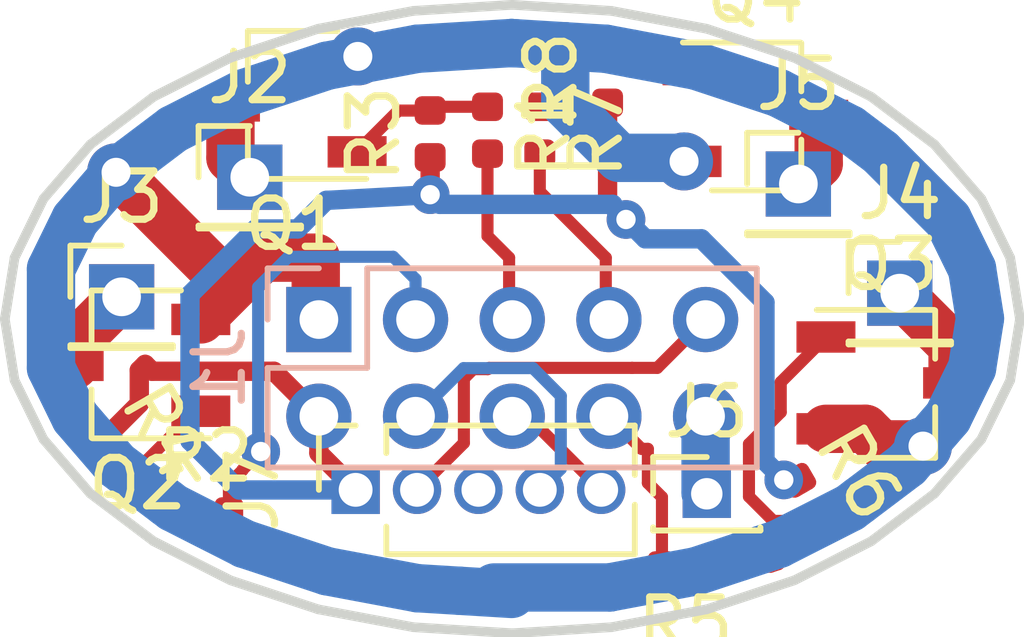
<source format=kicad_pcb>
(kicad_pcb (version 20171130) (host pcbnew 5.1.10-88a1d61d58~88~ubuntu18.04.1)

  (general
    (thickness 1.6)
    (drawings 128)
    (tracks 180)
    (zones 0)
    (modules 19)
    (nets 20)
  )

  (page A4)
  (layers
    (0 F.Cu signal)
    (31 B.Cu signal)
    (32 B.Adhes user hide)
    (33 F.Adhes user hide)
    (34 B.Paste user hide)
    (35 F.Paste user hide)
    (36 B.SilkS user hide)
    (37 F.SilkS user hide)
    (38 B.Mask user hide)
    (39 F.Mask user hide)
    (40 Dwgs.User user hide)
    (41 Cmts.User user hide)
    (42 Eco1.User user hide)
    (43 Eco2.User user hide)
    (44 Edge.Cuts user)
    (45 Margin user hide)
    (46 B.CrtYd user hide)
    (47 F.CrtYd user hide)
    (48 B.Fab user hide)
    (49 F.Fab user hide)
  )

  (setup
    (last_trace_width 0.4)
    (user_trace_width 0.4)
    (user_trace_width 0.8)
    (user_trace_width 1)
    (user_trace_width 2)
    (trace_clearance 0.195)
    (zone_clearance 0.508)
    (zone_45_only no)
    (trace_min 0.2)
    (via_size 0.8)
    (via_drill 0.4)
    (via_min_size 0.4)
    (via_min_drill 0.3)
    (user_via 1 0.5)
    (user_via 1.2 0.6)
    (user_via 1.5 0.75)
    (uvia_size 0.3)
    (uvia_drill 0.1)
    (uvias_allowed no)
    (uvia_min_size 0.2)
    (uvia_min_drill 0.1)
    (edge_width 0.05)
    (segment_width 0.2)
    (pcb_text_width 0.3)
    (pcb_text_size 1.5 1.5)
    (mod_edge_width 0.12)
    (mod_text_size 1 1)
    (mod_text_width 0.15)
    (pad_size 1.524 1.524)
    (pad_drill 0.762)
    (pad_to_mask_clearance 0.05)
    (aux_axis_origin 0 0)
    (visible_elements FFFFFF7F)
    (pcbplotparams
      (layerselection 0x010fc_ffffffff)
      (usegerberextensions false)
      (usegerberattributes true)
      (usegerberadvancedattributes true)
      (creategerberjobfile true)
      (excludeedgelayer true)
      (linewidth 0.100000)
      (plotframeref false)
      (viasonmask false)
      (mode 1)
      (useauxorigin false)
      (hpglpennumber 1)
      (hpglpenspeed 20)
      (hpglpendiameter 15.000000)
      (psnegative false)
      (psa4output false)
      (plotreference true)
      (plotvalue true)
      (plotinvisibletext false)
      (padsonsilk false)
      (subtractmaskfromsilk false)
      (outputformat 1)
      (mirror false)
      (drillshape 1)
      (scaleselection 1)
      (outputdirectory ""))
  )

  (net 0 "")
  (net 1 GND)
  (net 2 "Net-(Q1-Pad1)")
  (net 3 "Net-(Q2-Pad1)")
  (net 4 "Net-(Q3-Pad1)")
  (net 5 "Net-(Q4-Pad1)")
  (net 6 /SDA)
  (net 7 /SCL)
  (net 8 +3V3)
  (net 9 "Net-(J1-Pad8)")
  (net 10 "Net-(J1-Pad7)")
  (net 11 "Net-(J1-Pad5)")
  (net 12 /+12V)
  (net 13 "Net-(J2-Pad1)")
  (net 14 "Net-(J3-Pad1)")
  (net 15 "Net-(J4-Pad1)")
  (net 16 "Net-(J5-Pad1)")
  (net 17 "Net-(J7-Pad3)")
  (net 18 "Net-(J1-Pad3)")
  (net 19 GND2)

  (net_class Default "This is the default net class."
    (clearance 0.195)
    (trace_width 0.25)
    (via_dia 0.8)
    (via_drill 0.4)
    (uvia_dia 0.3)
    (uvia_drill 0.1)
    (add_net +3V3)
    (add_net /+12V)
    (add_net /SCL)
    (add_net /SDA)
    (add_net GND)
    (add_net GND2)
    (add_net "Net-(J1-Pad3)")
    (add_net "Net-(J1-Pad5)")
    (add_net "Net-(J1-Pad7)")
    (add_net "Net-(J1-Pad8)")
    (add_net "Net-(J2-Pad1)")
    (add_net "Net-(J3-Pad1)")
    (add_net "Net-(J4-Pad1)")
    (add_net "Net-(J5-Pad1)")
    (add_net "Net-(J7-Pad3)")
    (add_net "Net-(Q1-Pad1)")
    (add_net "Net-(Q2-Pad1)")
    (add_net "Net-(Q3-Pad1)")
    (add_net "Net-(Q4-Pad1)")
  )

  (module Connector_PinHeader_1.27mm:PinHeader_1x01_P1.27mm_Vertical (layer F.Cu) (tedit 59FED6E3) (tstamp 60675D7F)
    (at 159.41294 110.71098)
    (descr "Through hole straight pin header, 1x01, 1.27mm pitch, single row")
    (tags "Through hole pin header THT 1x01 1.27mm single row")
    (path /60677AD6)
    (fp_text reference J6 (at 0 -1.695) (layer F.SilkS)
      (effects (font (size 1 1) (thickness 0.15)))
    )
    (fp_text value Conn_01x01 (at 0 1.695) (layer F.Fab)
      (effects (font (size 1 1) (thickness 0.15)))
    )
    (fp_line (start 1.55 -1.15) (end -1.55 -1.15) (layer F.CrtYd) (width 0.05))
    (fp_line (start 1.55 1.15) (end 1.55 -1.15) (layer F.CrtYd) (width 0.05))
    (fp_line (start -1.55 1.15) (end 1.55 1.15) (layer F.CrtYd) (width 0.05))
    (fp_line (start -1.55 -1.15) (end -1.55 1.15) (layer F.CrtYd) (width 0.05))
    (fp_line (start -1.11 -0.76) (end 0 -0.76) (layer F.SilkS) (width 0.12))
    (fp_line (start -1.11 0) (end -1.11 -0.76) (layer F.SilkS) (width 0.12))
    (fp_line (start 0.563471 0.76) (end 1.11 0.76) (layer F.SilkS) (width 0.12))
    (fp_line (start -1.11 0.76) (end -0.563471 0.76) (layer F.SilkS) (width 0.12))
    (fp_line (start 1.11 0.76) (end 1.11 0.695) (layer F.SilkS) (width 0.12))
    (fp_line (start -1.11 0.76) (end -1.11 0.695) (layer F.SilkS) (width 0.12))
    (fp_line (start -1.11 0.76) (end 1.11 0.76) (layer F.SilkS) (width 0.12))
    (fp_line (start -1.05 -0.11) (end -0.525 -0.635) (layer F.Fab) (width 0.1))
    (fp_line (start -1.05 0.635) (end -1.05 -0.11) (layer F.Fab) (width 0.1))
    (fp_line (start 1.05 0.635) (end -1.05 0.635) (layer F.Fab) (width 0.1))
    (fp_line (start 1.05 -0.635) (end 1.05 0.635) (layer F.Fab) (width 0.1))
    (fp_line (start -0.525 -0.635) (end 1.05 -0.635) (layer F.Fab) (width 0.1))
    (fp_text user %R (at 0 0 90) (layer F.Fab)
      (effects (font (size 1 1) (thickness 0.15)))
    )
    (pad 1 thru_hole rect (at 0 0) (size 1 1) (drill 0.65) (layers *.Cu *.Mask)
      (net 12 /+12V))
    (model ${KISYS3DMOD}/Connector_PinHeader_1.27mm.3dshapes/PinHeader_1x01_P1.27mm_Vertical.wrl
      (at (xyz 0 0 0))
      (scale (xyz 1 1 1))
      (rotate (xyz 0 0 0))
    )
  )

  (module Connector_PinSocket_1.27mm:PinSocket_1x05_P1.27mm_Vertical (layer F.Cu) (tedit 5A19A421) (tstamp 61F9F1C7)
    (at 152.14854 110.6297 90)
    (descr "Through hole straight socket strip, 1x05, 1.27mm pitch, single row (from Kicad 4.0.7), script generated")
    (tags "Through hole socket strip THT 1x05 1.27mm single row")
    (path /61FA7A80)
    (fp_text reference J7 (at 0 -2.135 90) (layer F.SilkS)
      (effects (font (size 1 1) (thickness 0.15)))
    )
    (fp_text value Conn_01x05 (at 0 7.215 90) (layer F.Fab)
      (effects (font (size 1 1) (thickness 0.15)))
    )
    (fp_line (start -1.8 6.2) (end -1.8 -1.15) (layer F.CrtYd) (width 0.05))
    (fp_line (start 1.75 6.2) (end -1.8 6.2) (layer F.CrtYd) (width 0.05))
    (fp_line (start 1.75 -1.15) (end 1.75 6.2) (layer F.CrtYd) (width 0.05))
    (fp_line (start -1.8 -1.15) (end 1.75 -1.15) (layer F.CrtYd) (width 0.05))
    (fp_line (start 0 -0.76) (end 1.33 -0.76) (layer F.SilkS) (width 0.12))
    (fp_line (start 1.33 -0.76) (end 1.33 0) (layer F.SilkS) (width 0.12))
    (fp_line (start 1.33 0.635) (end 1.33 5.775) (layer F.SilkS) (width 0.12))
    (fp_line (start 0.30753 5.775) (end 1.33 5.775) (layer F.SilkS) (width 0.12))
    (fp_line (start -1.33 5.775) (end -0.30753 5.775) (layer F.SilkS) (width 0.12))
    (fp_line (start -1.33 0.635) (end -1.33 5.775) (layer F.SilkS) (width 0.12))
    (fp_line (start 0.76 0.635) (end 1.33 0.635) (layer F.SilkS) (width 0.12))
    (fp_line (start -1.33 0.635) (end -0.76 0.635) (layer F.SilkS) (width 0.12))
    (fp_line (start -1.27 5.715) (end -1.27 -0.635) (layer F.Fab) (width 0.1))
    (fp_line (start 1.27 5.715) (end -1.27 5.715) (layer F.Fab) (width 0.1))
    (fp_line (start 1.27 0) (end 1.27 5.715) (layer F.Fab) (width 0.1))
    (fp_line (start 0.635 -0.635) (end 1.27 0) (layer F.Fab) (width 0.1))
    (fp_line (start -1.27 -0.635) (end 0.635 -0.635) (layer F.Fab) (width 0.1))
    (fp_text user %R (at 0 2.54) (layer F.Fab)
      (effects (font (size 1 1) (thickness 0.15)))
    )
    (pad 5 thru_hole oval (at 0 5.08 90) (size 1 1) (drill 0.7) (layers *.Cu *.Mask)
      (net 7 /SCL))
    (pad 4 thru_hole oval (at 0 3.81 90) (size 1 1) (drill 0.7) (layers *.Cu *.Mask)
      (net 6 /SDA))
    (pad 3 thru_hole oval (at 0 2.54 90) (size 1 1) (drill 0.7) (layers *.Cu *.Mask)
      (net 17 "Net-(J7-Pad3)"))
    (pad 2 thru_hole oval (at 0 1.27 90) (size 1 1) (drill 0.7) (layers *.Cu *.Mask)
      (net 8 +3V3))
    (pad 1 thru_hole rect (at 0 0 90) (size 1 1) (drill 0.7) (layers *.Cu *.Mask)
      (net 19 GND2))
    (model ${KISYS3DMOD}/Connector_PinSocket_1.27mm.3dshapes/PinSocket_1x05_P1.27mm_Vertical.wrl
      (at (xyz 0 0 0))
      (scale (xyz 1 1 1))
      (rotate (xyz 0 0 0))
    )
  )

  (module Connector_PinHeader_2.00mm:PinHeader_2x05_P2.00mm_Vertical (layer B.Cu) (tedit 59FED667) (tstamp 6066E883)
    (at 151.38806 107.10672 270)
    (descr "Through hole straight pin header, 2x05, 2.00mm pitch, double rows")
    (tags "Through hole pin header THT 2x05 2.00mm double row")
    (path /60669BB9)
    (fp_text reference J1 (at 1 2.06 270) (layer B.SilkS)
      (effects (font (size 1 1) (thickness 0.15)) (justify mirror))
    )
    (fp_text value Conn_02x05_Counter_Clockwise (at 1 -10.06 270) (layer B.Fab)
      (effects (font (size 1 1) (thickness 0.15)) (justify mirror))
    )
    (fp_line (start 3.5 1.5) (end -1.5 1.5) (layer B.CrtYd) (width 0.05))
    (fp_line (start 3.5 -9.5) (end 3.5 1.5) (layer B.CrtYd) (width 0.05))
    (fp_line (start -1.5 -9.5) (end 3.5 -9.5) (layer B.CrtYd) (width 0.05))
    (fp_line (start -1.5 1.5) (end -1.5 -9.5) (layer B.CrtYd) (width 0.05))
    (fp_line (start -1.06 1.06) (end 0 1.06) (layer B.SilkS) (width 0.12))
    (fp_line (start -1.06 0) (end -1.06 1.06) (layer B.SilkS) (width 0.12))
    (fp_line (start 1 1.06) (end 3.06 1.06) (layer B.SilkS) (width 0.12))
    (fp_line (start 1 -1) (end 1 1.06) (layer B.SilkS) (width 0.12))
    (fp_line (start -1.06 -1) (end 1 -1) (layer B.SilkS) (width 0.12))
    (fp_line (start 3.06 1.06) (end 3.06 -9.06) (layer B.SilkS) (width 0.12))
    (fp_line (start -1.06 -1) (end -1.06 -9.06) (layer B.SilkS) (width 0.12))
    (fp_line (start -1.06 -9.06) (end 3.06 -9.06) (layer B.SilkS) (width 0.12))
    (fp_line (start -1 0) (end 0 1) (layer B.Fab) (width 0.1))
    (fp_line (start -1 -9) (end -1 0) (layer B.Fab) (width 0.1))
    (fp_line (start 3 -9) (end -1 -9) (layer B.Fab) (width 0.1))
    (fp_line (start 3 1) (end 3 -9) (layer B.Fab) (width 0.1))
    (fp_line (start 0 1) (end 3 1) (layer B.Fab) (width 0.1))
    (fp_text user %R (at 1 -4) (layer B.Fab)
      (effects (font (size 1 1) (thickness 0.15)) (justify mirror))
    )
    (pad 10 thru_hole oval (at 2 -8 270) (size 1.35 1.35) (drill 0.8) (layers *.Cu *.Mask)
      (net 12 /+12V))
    (pad 9 thru_hole oval (at 0 -8 270) (size 1.35 1.35) (drill 0.8) (layers *.Cu *.Mask)
      (net 8 +3V3))
    (pad 8 thru_hole oval (at 2 -6 270) (size 1.35 1.35) (drill 0.8) (layers *.Cu *.Mask)
      (net 9 "Net-(J1-Pad8)"))
    (pad 7 thru_hole oval (at 0 -6 270) (size 1.35 1.35) (drill 0.8) (layers *.Cu *.Mask)
      (net 10 "Net-(J1-Pad7)"))
    (pad 6 thru_hole oval (at 2 -4 270) (size 1.35 1.35) (drill 0.8) (layers *.Cu *.Mask)
      (net 7 /SCL))
    (pad 5 thru_hole oval (at 0 -4 270) (size 1.35 1.35) (drill 0.8) (layers *.Cu *.Mask)
      (net 11 "Net-(J1-Pad5)"))
    (pad 4 thru_hole oval (at 2 -2 270) (size 1.35 1.35) (drill 0.8) (layers *.Cu *.Mask)
      (net 6 /SDA))
    (pad 3 thru_hole oval (at 0 -2 270) (size 1.35 1.35) (drill 0.8) (layers *.Cu *.Mask)
      (net 18 "Net-(J1-Pad3)"))
    (pad 2 thru_hole oval (at 2 0 270) (size 1.35 1.35) (drill 0.8) (layers *.Cu *.Mask)
      (net 19 GND2))
    (pad 1 thru_hole rect (at 0 0 270) (size 1.35 1.35) (drill 0.8) (layers *.Cu *.Mask)
      (net 1 GND))
    (model ${KISYS3DMOD}/Connector_PinHeader_2.00mm.3dshapes/PinHeader_2x05_P2.00mm_Vertical.wrl
      (at (xyz 0 0 0))
      (scale (xyz 1 1 1))
      (rotate (xyz 0 0 0))
    )
  )

  (module Connector_PinHeader_2.00mm:PinHeader_1x01_P2.00mm_Vertical (layer F.Cu) (tedit 59FED667) (tstamp 60675D6A)
    (at 161.30778 104.30256)
    (descr "Through hole straight pin header, 1x01, 2.00mm pitch, single row")
    (tags "Through hole pin header THT 1x01 2.00mm single row")
    (path /60678DD4)
    (fp_text reference J5 (at 0 -2.06) (layer F.SilkS)
      (effects (font (size 1 1) (thickness 0.15)))
    )
    (fp_text value Conn_01x01 (at 0 2.06) (layer F.Fab)
      (effects (font (size 1 1) (thickness 0.15)))
    )
    (fp_line (start -0.5 -1) (end 1 -1) (layer F.Fab) (width 0.1))
    (fp_line (start 1 -1) (end 1 1) (layer F.Fab) (width 0.1))
    (fp_line (start 1 1) (end -1 1) (layer F.Fab) (width 0.1))
    (fp_line (start -1 1) (end -1 -0.5) (layer F.Fab) (width 0.1))
    (fp_line (start -1 -0.5) (end -0.5 -1) (layer F.Fab) (width 0.1))
    (fp_line (start -1.06 1.06) (end 1.06 1.06) (layer F.SilkS) (width 0.12))
    (fp_line (start -1.06 1) (end -1.06 1.06) (layer F.SilkS) (width 0.12))
    (fp_line (start 1.06 1) (end 1.06 1.06) (layer F.SilkS) (width 0.12))
    (fp_line (start -1.06 1) (end 1.06 1) (layer F.SilkS) (width 0.12))
    (fp_line (start -1.06 0) (end -1.06 -1.06) (layer F.SilkS) (width 0.12))
    (fp_line (start -1.06 -1.06) (end 0 -1.06) (layer F.SilkS) (width 0.12))
    (fp_line (start -1.5 -1.5) (end -1.5 1.5) (layer F.CrtYd) (width 0.05))
    (fp_line (start -1.5 1.5) (end 1.5 1.5) (layer F.CrtYd) (width 0.05))
    (fp_line (start 1.5 1.5) (end 1.5 -1.5) (layer F.CrtYd) (width 0.05))
    (fp_line (start 1.5 -1.5) (end -1.5 -1.5) (layer F.CrtYd) (width 0.05))
    (fp_text user %R (at 0 0 90) (layer F.Fab)
      (effects (font (size 1 1) (thickness 0.15)))
    )
    (pad 1 thru_hole rect (at 0 0) (size 1.35 1.35) (drill 0.8) (layers *.Cu *.Mask)
      (net 16 "Net-(J5-Pad1)"))
    (model ${KISYS3DMOD}/Connector_PinHeader_2.00mm.3dshapes/PinHeader_1x01_P2.00mm_Vertical.wrl
      (at (xyz 0 0 0))
      (scale (xyz 1 1 1))
      (rotate (xyz 0 0 0))
    )
  )

  (module Connector_PinHeader_2.00mm:PinHeader_1x01_P2.00mm_Vertical (layer F.Cu) (tedit 59FED667) (tstamp 60675D55)
    (at 163.40582 106.56062)
    (descr "Through hole straight pin header, 1x01, 2.00mm pitch, single row")
    (tags "Through hole pin header THT 1x01 2.00mm single row")
    (path /60677ECD)
    (fp_text reference J4 (at 0 -2.06) (layer F.SilkS)
      (effects (font (size 1 1) (thickness 0.15)))
    )
    (fp_text value Conn_01x01 (at 0 2.06) (layer F.Fab)
      (effects (font (size 1 1) (thickness 0.15)))
    )
    (fp_line (start -0.5 -1) (end 1 -1) (layer F.Fab) (width 0.1))
    (fp_line (start 1 -1) (end 1 1) (layer F.Fab) (width 0.1))
    (fp_line (start 1 1) (end -1 1) (layer F.Fab) (width 0.1))
    (fp_line (start -1 1) (end -1 -0.5) (layer F.Fab) (width 0.1))
    (fp_line (start -1 -0.5) (end -0.5 -1) (layer F.Fab) (width 0.1))
    (fp_line (start -1.06 1.06) (end 1.06 1.06) (layer F.SilkS) (width 0.12))
    (fp_line (start -1.06 1) (end -1.06 1.06) (layer F.SilkS) (width 0.12))
    (fp_line (start 1.06 1) (end 1.06 1.06) (layer F.SilkS) (width 0.12))
    (fp_line (start -1.06 1) (end 1.06 1) (layer F.SilkS) (width 0.12))
    (fp_line (start -1.06 0) (end -1.06 -1.06) (layer F.SilkS) (width 0.12))
    (fp_line (start -1.06 -1.06) (end 0 -1.06) (layer F.SilkS) (width 0.12))
    (fp_line (start -1.5 -1.5) (end -1.5 1.5) (layer F.CrtYd) (width 0.05))
    (fp_line (start -1.5 1.5) (end 1.5 1.5) (layer F.CrtYd) (width 0.05))
    (fp_line (start 1.5 1.5) (end 1.5 -1.5) (layer F.CrtYd) (width 0.05))
    (fp_line (start 1.5 -1.5) (end -1.5 -1.5) (layer F.CrtYd) (width 0.05))
    (fp_text user %R (at 0 0 90) (layer F.Fab)
      (effects (font (size 1 1) (thickness 0.15)))
    )
    (pad 1 thru_hole rect (at 0 0) (size 1.35 1.35) (drill 0.8) (layers *.Cu *.Mask)
      (net 15 "Net-(J4-Pad1)"))
    (model ${KISYS3DMOD}/Connector_PinHeader_2.00mm.3dshapes/PinHeader_1x01_P2.00mm_Vertical.wrl
      (at (xyz 0 0 0))
      (scale (xyz 1 1 1))
      (rotate (xyz 0 0 0))
    )
  )

  (module Connector_PinHeader_2.00mm:PinHeader_1x01_P2.00mm_Vertical (layer F.Cu) (tedit 59FED667) (tstamp 60675D40)
    (at 147.3073 106.63682)
    (descr "Through hole straight pin header, 1x01, 2.00mm pitch, single row")
    (tags "Through hole pin header THT 1x01 2.00mm single row")
    (path /606791C9)
    (fp_text reference J3 (at 0 -2.06) (layer F.SilkS)
      (effects (font (size 1 1) (thickness 0.15)))
    )
    (fp_text value Conn_01x01 (at 0 2.06) (layer F.Fab)
      (effects (font (size 1 1) (thickness 0.15)))
    )
    (fp_line (start -0.5 -1) (end 1 -1) (layer F.Fab) (width 0.1))
    (fp_line (start 1 -1) (end 1 1) (layer F.Fab) (width 0.1))
    (fp_line (start 1 1) (end -1 1) (layer F.Fab) (width 0.1))
    (fp_line (start -1 1) (end -1 -0.5) (layer F.Fab) (width 0.1))
    (fp_line (start -1 -0.5) (end -0.5 -1) (layer F.Fab) (width 0.1))
    (fp_line (start -1.06 1.06) (end 1.06 1.06) (layer F.SilkS) (width 0.12))
    (fp_line (start -1.06 1) (end -1.06 1.06) (layer F.SilkS) (width 0.12))
    (fp_line (start 1.06 1) (end 1.06 1.06) (layer F.SilkS) (width 0.12))
    (fp_line (start -1.06 1) (end 1.06 1) (layer F.SilkS) (width 0.12))
    (fp_line (start -1.06 0) (end -1.06 -1.06) (layer F.SilkS) (width 0.12))
    (fp_line (start -1.06 -1.06) (end 0 -1.06) (layer F.SilkS) (width 0.12))
    (fp_line (start -1.5 -1.5) (end -1.5 1.5) (layer F.CrtYd) (width 0.05))
    (fp_line (start -1.5 1.5) (end 1.5 1.5) (layer F.CrtYd) (width 0.05))
    (fp_line (start 1.5 1.5) (end 1.5 -1.5) (layer F.CrtYd) (width 0.05))
    (fp_line (start 1.5 -1.5) (end -1.5 -1.5) (layer F.CrtYd) (width 0.05))
    (fp_text user %R (at 0 0 90) (layer F.Fab)
      (effects (font (size 1 1) (thickness 0.15)))
    )
    (pad 1 thru_hole rect (at 0 0) (size 1.35 1.35) (drill 0.8) (layers *.Cu *.Mask)
      (net 14 "Net-(J3-Pad1)"))
    (model ${KISYS3DMOD}/Connector_PinHeader_2.00mm.3dshapes/PinHeader_1x01_P2.00mm_Vertical.wrl
      (at (xyz 0 0 0))
      (scale (xyz 1 1 1))
      (rotate (xyz 0 0 0))
    )
  )

  (module Connector_PinHeader_2.00mm:PinHeader_1x01_P2.00mm_Vertical (layer F.Cu) (tedit 59FED667) (tstamp 60675D2B)
    (at 149.95906 104.16286)
    (descr "Through hole straight pin header, 1x01, 2.00mm pitch, single row")
    (tags "Through hole pin header THT 1x01 2.00mm single row")
    (path /6067975F)
    (fp_text reference J2 (at 0 -2.06) (layer F.SilkS)
      (effects (font (size 1 1) (thickness 0.15)))
    )
    (fp_text value Conn_01x01 (at 0 2.06) (layer F.Fab)
      (effects (font (size 1 1) (thickness 0.15)))
    )
    (fp_line (start -0.5 -1) (end 1 -1) (layer F.Fab) (width 0.1))
    (fp_line (start 1 -1) (end 1 1) (layer F.Fab) (width 0.1))
    (fp_line (start 1 1) (end -1 1) (layer F.Fab) (width 0.1))
    (fp_line (start -1 1) (end -1 -0.5) (layer F.Fab) (width 0.1))
    (fp_line (start -1 -0.5) (end -0.5 -1) (layer F.Fab) (width 0.1))
    (fp_line (start -1.06 1.06) (end 1.06 1.06) (layer F.SilkS) (width 0.12))
    (fp_line (start -1.06 1) (end -1.06 1.06) (layer F.SilkS) (width 0.12))
    (fp_line (start 1.06 1) (end 1.06 1.06) (layer F.SilkS) (width 0.12))
    (fp_line (start -1.06 1) (end 1.06 1) (layer F.SilkS) (width 0.12))
    (fp_line (start -1.06 0) (end -1.06 -1.06) (layer F.SilkS) (width 0.12))
    (fp_line (start -1.06 -1.06) (end 0 -1.06) (layer F.SilkS) (width 0.12))
    (fp_line (start -1.5 -1.5) (end -1.5 1.5) (layer F.CrtYd) (width 0.05))
    (fp_line (start -1.5 1.5) (end 1.5 1.5) (layer F.CrtYd) (width 0.05))
    (fp_line (start 1.5 1.5) (end 1.5 -1.5) (layer F.CrtYd) (width 0.05))
    (fp_line (start 1.5 -1.5) (end -1.5 -1.5) (layer F.CrtYd) (width 0.05))
    (fp_text user %R (at 0 0 90) (layer F.Fab)
      (effects (font (size 1 1) (thickness 0.15)))
    )
    (pad 1 thru_hole rect (at 0 0) (size 1.35 1.35) (drill 0.8) (layers *.Cu *.Mask)
      (net 13 "Net-(J2-Pad1)"))
    (model ${KISYS3DMOD}/Connector_PinHeader_2.00mm.3dshapes/PinHeader_1x01_P2.00mm_Vertical.wrl
      (at (xyz 0 0 0))
      (scale (xyz 1 1 1))
      (rotate (xyz 0 0 0))
    )
  )

  (module Resistor_SMD:R_0402_1005Metric (layer F.Cu) (tedit 5B301BBD) (tstamp 5FADF5E0)
    (at 154.8765 103.19018 270)
    (descr "Resistor SMD 0402 (1005 Metric), square (rectangular) end terminal, IPC_7351 nominal, (Body size source: http://www.tortai-tech.com/upload/download/2011102023233369053.pdf), generated with kicad-footprint-generator")
    (tags resistor)
    (path /5FB030E1)
    (attr smd)
    (fp_text reference R1 (at 0 -1.17 90) (layer F.SilkS)
      (effects (font (size 1 1) (thickness 0.15)))
    )
    (fp_text value 1k (at 0 1.17 90) (layer F.Fab)
      (effects (font (size 1 1) (thickness 0.15)))
    )
    (fp_line (start -0.5 0.25) (end -0.5 -0.25) (layer F.Fab) (width 0.1))
    (fp_line (start -0.5 -0.25) (end 0.5 -0.25) (layer F.Fab) (width 0.1))
    (fp_line (start 0.5 -0.25) (end 0.5 0.25) (layer F.Fab) (width 0.1))
    (fp_line (start 0.5 0.25) (end -0.5 0.25) (layer F.Fab) (width 0.1))
    (fp_line (start -0.93 0.47) (end -0.93 -0.47) (layer F.CrtYd) (width 0.05))
    (fp_line (start -0.93 -0.47) (end 0.93 -0.47) (layer F.CrtYd) (width 0.05))
    (fp_line (start 0.93 -0.47) (end 0.93 0.47) (layer F.CrtYd) (width 0.05))
    (fp_line (start 0.93 0.47) (end -0.93 0.47) (layer F.CrtYd) (width 0.05))
    (fp_text user %R (at 0 0 90) (layer F.Fab)
      (effects (font (size 0.25 0.25) (thickness 0.04)))
    )
    (pad 2 smd roundrect (at 0.485 0 270) (size 0.59 0.64) (layers F.Cu F.Paste F.Mask) (roundrect_rratio 0.25)
      (net 11 "Net-(J1-Pad5)"))
    (pad 1 smd roundrect (at -0.485 0 270) (size 0.59 0.64) (layers F.Cu F.Paste F.Mask) (roundrect_rratio 0.25)
      (net 2 "Net-(Q1-Pad1)"))
    (model ${KISYS3DMOD}/Resistor_SMD.3dshapes/R_0402_1005Metric.wrl
      (at (xyz 0 0 0))
      (scale (xyz 1 1 1))
      (rotate (xyz 0 0 0))
    )
  )

  (module Resistor_SMD:R_0402_1005Metric (layer F.Cu) (tedit 5B301BBD) (tstamp 5FADF61C)
    (at 158.97084 112.21974 180)
    (descr "Resistor SMD 0402 (1005 Metric), square (rectangular) end terminal, IPC_7351 nominal, (Body size source: http://www.tortai-tech.com/upload/download/2011102023233369053.pdf), generated with kicad-footprint-generator")
    (tags resistor)
    (path /5FAE0608)
    (attr smd)
    (fp_text reference R5 (at 0 -1.17) (layer F.SilkS)
      (effects (font (size 1 1) (thickness 0.15)))
    )
    (fp_text value 1k (at 0 1.17) (layer F.Fab)
      (effects (font (size 1 1) (thickness 0.15)))
    )
    (fp_line (start -0.5 0.25) (end -0.5 -0.25) (layer F.Fab) (width 0.1))
    (fp_line (start -0.5 -0.25) (end 0.5 -0.25) (layer F.Fab) (width 0.1))
    (fp_line (start 0.5 -0.25) (end 0.5 0.25) (layer F.Fab) (width 0.1))
    (fp_line (start 0.5 0.25) (end -0.5 0.25) (layer F.Fab) (width 0.1))
    (fp_line (start -0.93 0.47) (end -0.93 -0.47) (layer F.CrtYd) (width 0.05))
    (fp_line (start -0.93 -0.47) (end 0.93 -0.47) (layer F.CrtYd) (width 0.05))
    (fp_line (start 0.93 -0.47) (end 0.93 0.47) (layer F.CrtYd) (width 0.05))
    (fp_line (start 0.93 0.47) (end -0.93 0.47) (layer F.CrtYd) (width 0.05))
    (fp_text user %R (at 0 0) (layer F.Fab)
      (effects (font (size 0.25 0.25) (thickness 0.04)))
    )
    (pad 2 smd roundrect (at 0.485 0 180) (size 0.59 0.64) (layers F.Cu F.Paste F.Mask) (roundrect_rratio 0.25)
      (net 9 "Net-(J1-Pad8)"))
    (pad 1 smd roundrect (at -0.485 0 180) (size 0.59 0.64) (layers F.Cu F.Paste F.Mask) (roundrect_rratio 0.25)
      (net 4 "Net-(Q3-Pad1)"))
    (model ${KISYS3DMOD}/Resistor_SMD.3dshapes/R_0402_1005Metric.wrl
      (at (xyz 0 0 0))
      (scale (xyz 1 1 1))
      (rotate (xyz 0 0 0))
    )
  )

  (module Resistor_SMD:R_0402_1005Metric (layer F.Cu) (tedit 5B301BBD) (tstamp 5FADF5FE)
    (at 153.69032 103.26638 90)
    (descr "Resistor SMD 0402 (1005 Metric), square (rectangular) end terminal, IPC_7351 nominal, (Body size source: http://www.tortai-tech.com/upload/download/2011102023233369053.pdf), generated with kicad-footprint-generator")
    (tags resistor)
    (path /5FB030ED)
    (attr smd)
    (fp_text reference R3 (at 0 -1.17 90) (layer F.SilkS)
      (effects (font (size 1 1) (thickness 0.15)))
    )
    (fp_text value 10k (at 0 1.17 90) (layer F.Fab)
      (effects (font (size 1 1) (thickness 0.15)))
    )
    (fp_line (start -0.5 0.25) (end -0.5 -0.25) (layer F.Fab) (width 0.1))
    (fp_line (start -0.5 -0.25) (end 0.5 -0.25) (layer F.Fab) (width 0.1))
    (fp_line (start 0.5 -0.25) (end 0.5 0.25) (layer F.Fab) (width 0.1))
    (fp_line (start 0.5 0.25) (end -0.5 0.25) (layer F.Fab) (width 0.1))
    (fp_line (start -0.93 0.47) (end -0.93 -0.47) (layer F.CrtYd) (width 0.05))
    (fp_line (start -0.93 -0.47) (end 0.93 -0.47) (layer F.CrtYd) (width 0.05))
    (fp_line (start 0.93 -0.47) (end 0.93 0.47) (layer F.CrtYd) (width 0.05))
    (fp_line (start 0.93 0.47) (end -0.93 0.47) (layer F.CrtYd) (width 0.05))
    (fp_text user %R (at 0 0 90) (layer F.Fab)
      (effects (font (size 0.25 0.25) (thickness 0.04)))
    )
    (pad 2 smd roundrect (at 0.485 0 90) (size 0.59 0.64) (layers F.Cu F.Paste F.Mask) (roundrect_rratio 0.25)
      (net 2 "Net-(Q1-Pad1)"))
    (pad 1 smd roundrect (at -0.485 0 90) (size 0.59 0.64) (layers F.Cu F.Paste F.Mask) (roundrect_rratio 0.25)
      (net 19 GND2))
    (model ${KISYS3DMOD}/Resistor_SMD.3dshapes/R_0402_1005Metric.wrl
      (at (xyz 0 0 0))
      (scale (xyz 1 1 1))
      (rotate (xyz 0 0 0))
    )
  )

  (module Package_TO_SOT_SMD:TSOT-23 (layer F.Cu) (tedit 5A02FF57) (tstamp 5FADF592)
    (at 150.86902 102.68716 180)
    (descr "3-pin TSOT23 package, http://www.analog.com.tw/pdf/All_In_One.pdf")
    (tags TSOT-23)
    (path /5FB030E7)
    (attr smd)
    (fp_text reference Q1 (at 0 -2.45) (layer F.SilkS)
      (effects (font (size 1 1) (thickness 0.15)))
    )
    (fp_text value Q_NMOS_GSD (at 0 2.5) (layer F.Fab)
      (effects (font (size 1 1) (thickness 0.15)))
    )
    (fp_line (start 0.95 0.5) (end 0.95 1.55) (layer F.SilkS) (width 0.12))
    (fp_line (start 0.95 1.55) (end -0.9 1.55) (layer F.SilkS) (width 0.12))
    (fp_line (start 0.95 -1.5) (end 0.95 -0.5) (layer F.SilkS) (width 0.12))
    (fp_line (start 0.93 -1.51) (end -1.5 -1.51) (layer F.SilkS) (width 0.12))
    (fp_line (start -0.88 -1) (end -0.43 -1.45) (layer F.Fab) (width 0.1))
    (fp_line (start 0.88 -1.45) (end -0.43 -1.45) (layer F.Fab) (width 0.1))
    (fp_line (start -0.88 -1) (end -0.88 1.45) (layer F.Fab) (width 0.1))
    (fp_line (start 0.88 1.45) (end -0.88 1.45) (layer F.Fab) (width 0.1))
    (fp_line (start 0.88 -1.45) (end 0.88 1.45) (layer F.Fab) (width 0.1))
    (fp_line (start -2.17 -1.7) (end 2.17 -1.7) (layer F.CrtYd) (width 0.05))
    (fp_line (start -2.17 -1.7) (end -2.17 1.7) (layer F.CrtYd) (width 0.05))
    (fp_line (start 2.17 1.7) (end 2.17 -1.7) (layer F.CrtYd) (width 0.05))
    (fp_line (start 2.17 1.7) (end -2.17 1.7) (layer F.CrtYd) (width 0.05))
    (fp_text user %R (at 0 0 90) (layer F.Fab)
      (effects (font (size 0.5 0.5) (thickness 0.075)))
    )
    (pad 3 smd rect (at 1.31 0 180) (size 1.22 0.65) (layers F.Cu F.Paste F.Mask)
      (net 13 "Net-(J2-Pad1)"))
    (pad 2 smd rect (at -1.31 0.95 180) (size 1.22 0.65) (layers F.Cu F.Paste F.Mask)
      (net 1 GND))
    (pad 1 smd rect (at -1.31 -0.95 180) (size 1.22 0.65) (layers F.Cu F.Paste F.Mask)
      (net 2 "Net-(Q1-Pad1)"))
    (model ${KISYS3DMOD}/Package_TO_SOT_SMD.3dshapes/TSOT-23.wrl
      (at (xyz 0 0 0))
      (scale (xyz 1 1 1))
      (rotate (xyz 0 0 0))
    )
  )

  (module Package_TO_SOT_SMD:TSOT-23 (layer F.Cu) (tedit 5A02FF57) (tstamp 5FADF5D1)
    (at 160.41814 102.8852)
    (descr "3-pin TSOT23 package, http://www.analog.com.tw/pdf/All_In_One.pdf")
    (tags TSOT-23)
    (path /5FB020B1)
    (attr smd)
    (fp_text reference Q4 (at 0 -2.45) (layer F.SilkS)
      (effects (font (size 1 1) (thickness 0.15)))
    )
    (fp_text value Q_NMOS_GSD (at 0 2.5) (layer F.Fab)
      (effects (font (size 1 1) (thickness 0.15)))
    )
    (fp_line (start 0.95 0.5) (end 0.95 1.55) (layer F.SilkS) (width 0.12))
    (fp_line (start 0.95 1.55) (end -0.9 1.55) (layer F.SilkS) (width 0.12))
    (fp_line (start 0.95 -1.5) (end 0.95 -0.5) (layer F.SilkS) (width 0.12))
    (fp_line (start 0.93 -1.51) (end -1.5 -1.51) (layer F.SilkS) (width 0.12))
    (fp_line (start -0.88 -1) (end -0.43 -1.45) (layer F.Fab) (width 0.1))
    (fp_line (start 0.88 -1.45) (end -0.43 -1.45) (layer F.Fab) (width 0.1))
    (fp_line (start -0.88 -1) (end -0.88 1.45) (layer F.Fab) (width 0.1))
    (fp_line (start 0.88 1.45) (end -0.88 1.45) (layer F.Fab) (width 0.1))
    (fp_line (start 0.88 -1.45) (end 0.88 1.45) (layer F.Fab) (width 0.1))
    (fp_line (start -2.17 -1.7) (end 2.17 -1.7) (layer F.CrtYd) (width 0.05))
    (fp_line (start -2.17 -1.7) (end -2.17 1.7) (layer F.CrtYd) (width 0.05))
    (fp_line (start 2.17 1.7) (end 2.17 -1.7) (layer F.CrtYd) (width 0.05))
    (fp_line (start 2.17 1.7) (end -2.17 1.7) (layer F.CrtYd) (width 0.05))
    (fp_text user %R (at -0.3914 -0.3706 90) (layer F.Fab)
      (effects (font (size 0.5 0.5) (thickness 0.075)))
    )
    (pad 3 smd rect (at 1.31 0) (size 1.22 0.65) (layers F.Cu F.Paste F.Mask)
      (net 16 "Net-(J5-Pad1)"))
    (pad 2 smd rect (at -1.31 0.95) (size 1.22 0.65) (layers F.Cu F.Paste F.Mask)
      (net 1 GND))
    (pad 1 smd rect (at -1.31 -0.95) (size 1.22 0.65) (layers F.Cu F.Paste F.Mask)
      (net 5 "Net-(Q4-Pad1)"))
    (model ${KISYS3DMOD}/Package_TO_SOT_SMD.3dshapes/TSOT-23.wrl
      (at (xyz 0 0 0))
      (scale (xyz 1 1 1))
      (rotate (xyz 0 0 0))
    )
  )

  (module Resistor_SMD:R_0402_1005Metric (layer F.Cu) (tedit 5B301BBD) (tstamp 5FADF60D)
    (at 147.19046 109.9947 300)
    (descr "Resistor SMD 0402 (1005 Metric), square (rectangular) end terminal, IPC_7351 nominal, (Body size source: http://www.tortai-tech.com/upload/download/2011102023233369053.pdf), generated with kicad-footprint-generator")
    (tags resistor)
    (path /5FB040C9)
    (attr smd)
    (fp_text reference R4 (at 0 -1.17 120) (layer F.SilkS)
      (effects (font (size 1 1) (thickness 0.15)))
    )
    (fp_text value 10k (at 0 1.17 120) (layer F.Fab)
      (effects (font (size 1 1) (thickness 0.15)))
    )
    (fp_line (start -0.5 0.25) (end -0.5 -0.25) (layer F.Fab) (width 0.1))
    (fp_line (start -0.5 -0.25) (end 0.5 -0.25) (layer F.Fab) (width 0.1))
    (fp_line (start 0.5 -0.25) (end 0.5 0.25) (layer F.Fab) (width 0.1))
    (fp_line (start 0.5 0.25) (end -0.5 0.25) (layer F.Fab) (width 0.1))
    (fp_line (start -0.93 0.47) (end -0.93 -0.47) (layer F.CrtYd) (width 0.05))
    (fp_line (start -0.93 -0.47) (end 0.93 -0.47) (layer F.CrtYd) (width 0.05))
    (fp_line (start 0.93 -0.47) (end 0.93 0.47) (layer F.CrtYd) (width 0.05))
    (fp_line (start 0.93 0.47) (end -0.93 0.47) (layer F.CrtYd) (width 0.05))
    (fp_text user %R (at 0 0 120) (layer F.Fab)
      (effects (font (size 0.25 0.25) (thickness 0.04)))
    )
    (pad 2 smd roundrect (at 0.485 0 300) (size 0.59 0.64) (layers F.Cu F.Paste F.Mask) (roundrect_rratio 0.25)
      (net 3 "Net-(Q2-Pad1)"))
    (pad 1 smd roundrect (at -0.485 0 300) (size 0.59 0.64) (layers F.Cu F.Paste F.Mask) (roundrect_rratio 0.25)
      (net 19 GND2))
    (model ${KISYS3DMOD}/Resistor_SMD.3dshapes/R_0402_1005Metric.wrl
      (at (xyz 0 0 0))
      (scale (xyz 1 1 1))
      (rotate (xyz 0 0 0))
    )
  )

  (module Package_TO_SOT_SMD:TSOT-23 (layer F.Cu) (tedit 5A02FF57) (tstamp 5FADF5A7)
    (at 147.6356 108.05418 180)
    (descr "3-pin TSOT23 package, http://www.analog.com.tw/pdf/All_In_One.pdf")
    (tags TSOT-23)
    (path /5FB040C3)
    (attr smd)
    (fp_text reference Q2 (at 0 -2.45) (layer F.SilkS)
      (effects (font (size 1 1) (thickness 0.15)))
    )
    (fp_text value Q_NMOS_GSD (at 0 2.5 180) (layer F.Fab)
      (effects (font (size 1 1) (thickness 0.15)))
    )
    (fp_line (start 0.95 0.5) (end 0.95 1.55) (layer F.SilkS) (width 0.12))
    (fp_line (start 0.95 1.55) (end -0.9 1.55) (layer F.SilkS) (width 0.12))
    (fp_line (start 0.95 -1.5) (end 0.95 -0.5) (layer F.SilkS) (width 0.12))
    (fp_line (start 0.93 -1.51) (end -1.5 -1.51) (layer F.SilkS) (width 0.12))
    (fp_line (start -0.88 -1) (end -0.43 -1.45) (layer F.Fab) (width 0.1))
    (fp_line (start 0.88 -1.45) (end -0.43 -1.45) (layer F.Fab) (width 0.1))
    (fp_line (start -0.88 -1) (end -0.88 1.45) (layer F.Fab) (width 0.1))
    (fp_line (start 0.88 1.45) (end -0.88 1.45) (layer F.Fab) (width 0.1))
    (fp_line (start 0.88 -1.45) (end 0.88 1.45) (layer F.Fab) (width 0.1))
    (fp_line (start -2.17 -1.7) (end 2.17 -1.7) (layer F.CrtYd) (width 0.05))
    (fp_line (start -2.17 -1.7) (end -2.17 1.7) (layer F.CrtYd) (width 0.05))
    (fp_line (start 2.17 1.7) (end 2.17 -1.7) (layer F.CrtYd) (width 0.05))
    (fp_line (start 2.17 1.7) (end -2.17 1.7) (layer F.CrtYd) (width 0.05))
    (fp_text user %R (at 0 0 90) (layer F.Fab)
      (effects (font (size 0.5 0.5) (thickness 0.075)))
    )
    (pad 3 smd rect (at 1.31 0 180) (size 1.22 0.65) (layers F.Cu F.Paste F.Mask)
      (net 14 "Net-(J3-Pad1)"))
    (pad 2 smd rect (at -1.31 0.95 180) (size 1.22 0.65) (layers F.Cu F.Paste F.Mask)
      (net 1 GND))
    (pad 1 smd rect (at -1.31 -0.95 180) (size 1.22 0.65) (layers F.Cu F.Paste F.Mask)
      (net 3 "Net-(Q2-Pad1)"))
    (model ${KISYS3DMOD}/Package_TO_SOT_SMD.3dshapes/TSOT-23.wrl
      (at (xyz 0 0 0))
      (scale (xyz 1 1 1))
      (rotate (xyz 0 0 0))
    )
  )

  (module Resistor_SMD:R_0402_1005Metric (layer F.Cu) (tedit 5B301BBD) (tstamp 5FADF62B)
    (at 161.55042 110.852298 300)
    (descr "Resistor SMD 0402 (1005 Metric), square (rectangular) end terminal, IPC_7351 nominal, (Body size source: http://www.tortai-tech.com/upload/download/2011102023233369053.pdf), generated with kicad-footprint-generator")
    (tags resistor)
    (path /5FAE8C58)
    (attr smd)
    (fp_text reference R6 (at 0 -1.17 120) (layer F.SilkS)
      (effects (font (size 1 1) (thickness 0.15)))
    )
    (fp_text value 10k (at 0 1.17 120) (layer F.Fab)
      (effects (font (size 1 1) (thickness 0.15)))
    )
    (fp_line (start -0.5 0.25) (end -0.5 -0.25) (layer F.Fab) (width 0.1))
    (fp_line (start -0.5 -0.25) (end 0.5 -0.25) (layer F.Fab) (width 0.1))
    (fp_line (start 0.5 -0.25) (end 0.5 0.25) (layer F.Fab) (width 0.1))
    (fp_line (start 0.5 0.25) (end -0.5 0.25) (layer F.Fab) (width 0.1))
    (fp_line (start -0.93 0.47) (end -0.93 -0.47) (layer F.CrtYd) (width 0.05))
    (fp_line (start -0.93 -0.47) (end 0.93 -0.47) (layer F.CrtYd) (width 0.05))
    (fp_line (start 0.93 -0.47) (end 0.93 0.47) (layer F.CrtYd) (width 0.05))
    (fp_line (start 0.93 0.47) (end -0.93 0.47) (layer F.CrtYd) (width 0.05))
    (fp_text user %R (at 0 0 120) (layer F.Fab)
      (effects (font (size 0.25 0.25) (thickness 0.04)))
    )
    (pad 2 smd roundrect (at 0.485 0 300) (size 0.59 0.64) (layers F.Cu F.Paste F.Mask) (roundrect_rratio 0.25)
      (net 4 "Net-(Q3-Pad1)"))
    (pad 1 smd roundrect (at -0.485 0 300) (size 0.59 0.64) (layers F.Cu F.Paste F.Mask) (roundrect_rratio 0.25)
      (net 19 GND2))
    (model ${KISYS3DMOD}/Resistor_SMD.3dshapes/R_0402_1005Metric.wrl
      (at (xyz 0 0 0))
      (scale (xyz 1 1 1))
      (rotate (xyz 0 0 0))
    )
  )

  (module Resistor_SMD:R_0402_1005Metric (layer F.Cu) (tedit 5B301BBD) (tstamp 5FADF5EF)
    (at 149.04212 111.10214)
    (descr "Resistor SMD 0402 (1005 Metric), square (rectangular) end terminal, IPC_7351 nominal, (Body size source: http://www.tortai-tech.com/upload/download/2011102023233369053.pdf), generated with kicad-footprint-generator")
    (tags resistor)
    (path /5FB040BD)
    (attr smd)
    (fp_text reference R2 (at 0 -1.17) (layer F.SilkS)
      (effects (font (size 1 1) (thickness 0.15)))
    )
    (fp_text value 1k (at 0 1.17) (layer F.Fab)
      (effects (font (size 1 1) (thickness 0.15)))
    )
    (fp_line (start -0.5 0.25) (end -0.5 -0.25) (layer F.Fab) (width 0.1))
    (fp_line (start -0.5 -0.25) (end 0.5 -0.25) (layer F.Fab) (width 0.1))
    (fp_line (start 0.5 -0.25) (end 0.5 0.25) (layer F.Fab) (width 0.1))
    (fp_line (start 0.5 0.25) (end -0.5 0.25) (layer F.Fab) (width 0.1))
    (fp_line (start -0.93 0.47) (end -0.93 -0.47) (layer F.CrtYd) (width 0.05))
    (fp_line (start -0.93 -0.47) (end 0.93 -0.47) (layer F.CrtYd) (width 0.05))
    (fp_line (start 0.93 -0.47) (end 0.93 0.47) (layer F.CrtYd) (width 0.05))
    (fp_line (start 0.93 0.47) (end -0.93 0.47) (layer F.CrtYd) (width 0.05))
    (fp_text user %R (at 0 0) (layer F.Fab)
      (effects (font (size 0.25 0.25) (thickness 0.04)))
    )
    (pad 2 smd roundrect (at 0.485 0) (size 0.59 0.64) (layers F.Cu F.Paste F.Mask) (roundrect_rratio 0.25)
      (net 18 "Net-(J1-Pad3)"))
    (pad 1 smd roundrect (at -0.485 0) (size 0.59 0.64) (layers F.Cu F.Paste F.Mask) (roundrect_rratio 0.25)
      (net 3 "Net-(Q2-Pad1)"))
    (model ${KISYS3DMOD}/Resistor_SMD.3dshapes/R_0402_1005Metric.wrl
      (at (xyz 0 0 0))
      (scale (xyz 1 1 1))
      (rotate (xyz 0 0 0))
    )
  )

  (module Package_TO_SOT_SMD:TSOT-23 (layer F.Cu) (tedit 5A02FF57) (tstamp 5FADF5BC)
    (at 163.18802 108.41736)
    (descr "3-pin TSOT23 package, http://www.analog.com.tw/pdf/All_In_One.pdf")
    (tags TSOT-23)
    (path /5FAE2394)
    (attr smd)
    (fp_text reference Q3 (at 0 -2.45) (layer F.SilkS)
      (effects (font (size 1 1) (thickness 0.15)))
    )
    (fp_text value Q_NMOS_GSD (at 0 2.5) (layer F.Fab)
      (effects (font (size 1 1) (thickness 0.15)))
    )
    (fp_line (start 0.95 0.5) (end 0.95 1.55) (layer F.SilkS) (width 0.12))
    (fp_line (start 0.95 1.55) (end -0.9 1.55) (layer F.SilkS) (width 0.12))
    (fp_line (start 0.95 -1.5) (end 0.95 -0.5) (layer F.SilkS) (width 0.12))
    (fp_line (start 0.93 -1.51) (end -1.5 -1.51) (layer F.SilkS) (width 0.12))
    (fp_line (start -0.88 -1) (end -0.43 -1.45) (layer F.Fab) (width 0.1))
    (fp_line (start 0.88 -1.45) (end -0.43 -1.45) (layer F.Fab) (width 0.1))
    (fp_line (start -0.88 -1) (end -0.88 1.45) (layer F.Fab) (width 0.1))
    (fp_line (start 0.88 1.45) (end -0.88 1.45) (layer F.Fab) (width 0.1))
    (fp_line (start 0.88 -1.45) (end 0.88 1.45) (layer F.Fab) (width 0.1))
    (fp_line (start -2.17 -1.7) (end 2.17 -1.7) (layer F.CrtYd) (width 0.05))
    (fp_line (start -2.17 -1.7) (end -2.17 1.7) (layer F.CrtYd) (width 0.05))
    (fp_line (start 2.17 1.7) (end 2.17 -1.7) (layer F.CrtYd) (width 0.05))
    (fp_line (start 2.17 1.7) (end -2.17 1.7) (layer F.CrtYd) (width 0.05))
    (fp_text user %R (at 0.2286 -0.0762 -270) (layer F.Fab)
      (effects (font (size 0.5 0.5) (thickness 0.075)))
    )
    (pad 3 smd rect (at 1.31 0) (size 1.22 0.65) (layers F.Cu F.Paste F.Mask)
      (net 15 "Net-(J4-Pad1)"))
    (pad 2 smd rect (at -1.31 0.95) (size 1.22 0.65) (layers F.Cu F.Paste F.Mask)
      (net 1 GND))
    (pad 1 smd rect (at -1.31 -0.95) (size 1.22 0.65) (layers F.Cu F.Paste F.Mask)
      (net 4 "Net-(Q3-Pad1)"))
    (model ${KISYS3DMOD}/Package_TO_SOT_SMD.3dshapes/TSOT-23.wrl
      (at (xyz 0 0 0))
      (scale (xyz 1 1 1))
      (rotate (xyz 0 0 0))
    )
  )

  (module Resistor_SMD:R_0402_1005Metric (layer F.Cu) (tedit 5B301BBD) (tstamp 5FADF649)
    (at 157.36062 102.13834 90)
    (descr "Resistor SMD 0402 (1005 Metric), square (rectangular) end terminal, IPC_7351 nominal, (Body size source: http://www.tortai-tech.com/upload/download/2011102023233369053.pdf), generated with kicad-footprint-generator")
    (tags resistor)
    (path /5FB020B7)
    (attr smd)
    (fp_text reference R8 (at 0 -1.17 270) (layer F.SilkS)
      (effects (font (size 1 1) (thickness 0.15)))
    )
    (fp_text value 10k (at 0 1.17 270) (layer F.Fab)
      (effects (font (size 1 1) (thickness 0.15)))
    )
    (fp_line (start -0.5 0.25) (end -0.5 -0.25) (layer F.Fab) (width 0.1))
    (fp_line (start -0.5 -0.25) (end 0.5 -0.25) (layer F.Fab) (width 0.1))
    (fp_line (start 0.5 -0.25) (end 0.5 0.25) (layer F.Fab) (width 0.1))
    (fp_line (start 0.5 0.25) (end -0.5 0.25) (layer F.Fab) (width 0.1))
    (fp_line (start -0.93 0.47) (end -0.93 -0.47) (layer F.CrtYd) (width 0.05))
    (fp_line (start -0.93 -0.47) (end 0.93 -0.47) (layer F.CrtYd) (width 0.05))
    (fp_line (start 0.93 -0.47) (end 0.93 0.47) (layer F.CrtYd) (width 0.05))
    (fp_line (start 0.93 0.47) (end -0.93 0.47) (layer F.CrtYd) (width 0.05))
    (fp_text user %R (at 0 0 270) (layer F.Fab)
      (effects (font (size 0.25 0.25) (thickness 0.04)))
    )
    (pad 2 smd roundrect (at 0.485 0 90) (size 0.59 0.64) (layers F.Cu F.Paste F.Mask) (roundrect_rratio 0.25)
      (net 5 "Net-(Q4-Pad1)"))
    (pad 1 smd roundrect (at -0.485 0 90) (size 0.59 0.64) (layers F.Cu F.Paste F.Mask) (roundrect_rratio 0.25)
      (net 19 GND2))
    (model ${KISYS3DMOD}/Resistor_SMD.3dshapes/R_0402_1005Metric.wrl
      (at (xyz 0 0 0))
      (scale (xyz 1 1 1))
      (rotate (xyz 0 0 0))
    )
  )

  (module Resistor_SMD:R_0402_1005Metric (layer F.Cu) (tedit 5B301BBD) (tstamp 5FADF63A)
    (at 155.95854 103.19018 270)
    (descr "Resistor SMD 0402 (1005 Metric), square (rectangular) end terminal, IPC_7351 nominal, (Body size source: http://www.tortai-tech.com/upload/download/2011102023233369053.pdf), generated with kicad-footprint-generator")
    (tags resistor)
    (path /5FB020AB)
    (attr smd)
    (fp_text reference R7 (at 0 -1.17 90) (layer F.SilkS)
      (effects (font (size 1 1) (thickness 0.15)))
    )
    (fp_text value 1k (at 0 1.17 90) (layer F.Fab)
      (effects (font (size 1 1) (thickness 0.15)))
    )
    (fp_line (start -0.5 0.25) (end -0.5 -0.25) (layer F.Fab) (width 0.1))
    (fp_line (start -0.5 -0.25) (end 0.5 -0.25) (layer F.Fab) (width 0.1))
    (fp_line (start 0.5 -0.25) (end 0.5 0.25) (layer F.Fab) (width 0.1))
    (fp_line (start 0.5 0.25) (end -0.5 0.25) (layer F.Fab) (width 0.1))
    (fp_line (start -0.93 0.47) (end -0.93 -0.47) (layer F.CrtYd) (width 0.05))
    (fp_line (start -0.93 -0.47) (end 0.93 -0.47) (layer F.CrtYd) (width 0.05))
    (fp_line (start 0.93 -0.47) (end 0.93 0.47) (layer F.CrtYd) (width 0.05))
    (fp_line (start 0.93 0.47) (end -0.93 0.47) (layer F.CrtYd) (width 0.05))
    (fp_text user %R (at 0 0 90) (layer F.Fab)
      (effects (font (size 0.25 0.25) (thickness 0.04)))
    )
    (pad 2 smd roundrect (at 0.485 0 270) (size 0.59 0.64) (layers F.Cu F.Paste F.Mask) (roundrect_rratio 0.25)
      (net 10 "Net-(J1-Pad7)"))
    (pad 1 smd roundrect (at -0.485 0 270) (size 0.59 0.64) (layers F.Cu F.Paste F.Mask) (roundrect_rratio 0.25)
      (net 5 "Net-(Q4-Pad1)"))
    (model ${KISYS3DMOD}/Resistor_SMD.3dshapes/R_0402_1005Metric.wrl
      (at (xyz 0 0 0))
      (scale (xyz 1 1 1))
      (rotate (xyz 0 0 0))
    )
  )

  (gr_line (start 151.297817 109.090401) (end 151.457817 109.090401) (layer Dwgs.User) (width 0.2))
  (gr_line (start 162.802438 102.499864) (end 161.211304 101.691506) (layer Dwgs.User) (width 0.2))
  (gr_line (start 155.377817 113.596058) (end 157.426265 113.471162) (layer Dwgs.User) (width 0.2))
  (gr_line (start 147.953196 111.692252) (end 149.54433 112.50061) (layer Dwgs.User) (width 0.2))
  (gr_line (start 151.297817 107.090402) (end 151.297817 107.240401) (layer Dwgs.User) (width 0.2))
  (gr_line (start 149.54433 112.50061) (end 151.359641 113.101274) (layer Dwgs.User) (width 0.2))
  (gr_line (start 151.359641 113.101274) (end 153.329369 113.471162) (layer Dwgs.User) (width 0.2))
  (gr_line (start 159.297817 107.240401) (end 159.457817 107.240401) (layer Dwgs.User) (width 0.2))
  (gr_line (start 155.297817 109.090401) (end 155.297817 109.240401) (layer Dwgs.User) (width 0.2))
  (gr_line (start 144.877817 107.096058) (end 145.079572 108.364145) (layer Dwgs.User) (width 0.2))
  (gr_line (start 153.572821 110.58542) (end 153.372821 110.58542) (layer Dwgs.User) (width 0.2))
  (gr_line (start 157.297817 109.090401) (end 157.457817 109.090401) (layer Dwgs.User) (width 0.2))
  (gr_line (start 153.572821 110.67542) (end 153.572821 110.58542) (layer Dwgs.User) (width 0.2))
  (gr_line (start 157.38282 110.58542) (end 157.18282 110.58542) (layer Dwgs.User) (width 0.2))
  (gr_line (start 164.108247 103.484852) (end 162.802438 102.499864) (layer Dwgs.User) (width 0.2))
  (gr_line (start 153.372821 110.67542) (end 153.572821 110.67542) (layer Dwgs.User) (width 0.2))
  (gr_line (start 153.372821 110.58542) (end 153.372821 110.67542) (layer Dwgs.User) (width 0.2))
  (gr_line (start 159.457817 109.240401) (end 159.457817 109.090401) (layer Dwgs.User) (width 0.2))
  (gr_line (start 153.297817 109.090401) (end 153.457817 109.090401) (layer Dwgs.User) (width 0.2))
  (gr_line (start 151.297817 109.090401) (end 151.297817 109.240401) (layer Dwgs.User) (width 0.2))
  (gr_line (start 165.676062 108.364145) (end 165.877817 107.096058) (layer Dwgs.User) (width 0.2))
  (gr_line (start 159.297817 107.090402) (end 159.297817 107.240401) (layer Dwgs.User) (width 0.2))
  (gr_line (start 159.297817 107.090402) (end 159.457817 107.090402) (layer Dwgs.User) (width 0.2))
  (gr_line (start 161.211304 112.50061) (end 162.802438 111.692252) (layer Dwgs.User) (width 0.2))
  (gr_line (start 152.302821 110.58542) (end 152.102821 110.58542) (layer Dwgs.User) (width 0.2))
  (gr_line (start 151.297817 109.240401) (end 151.457818 109.240401) (layer Dwgs.User) (width 0.2))
  (gr_line (start 153.297817 109.240401) (end 153.457818 109.240401) (layer Dwgs.User) (width 0.2))
  (gr_line (start 151.457818 107.240401) (end 151.457817 107.090402) (layer Dwgs.User) (width 0.2))
  (gr_line (start 157.297817 109.090401) (end 157.297817 109.240401) (layer Dwgs.User) (width 0.2))
  (gr_line (start 159.457817 107.240401) (end 159.457817 107.090402) (layer Dwgs.User) (width 0.2))
  (gr_line (start 159.395993 101.090842) (end 157.426265 100.720954) (layer Dwgs.User) (width 0.2))
  (gr_line (start 159.297817 109.240401) (end 159.457817 109.240401) (layer Dwgs.User) (width 0.2))
  (gr_line (start 154.642821 110.58542) (end 154.642821 110.67542) (layer Dwgs.User) (width 0.2))
  (gr_line (start 165.676062 105.827971) (end 165.078552 104.608616) (layer Dwgs.User) (width 0.2))
  (gr_line (start 156.11282 110.58542) (end 155.91282 110.58542) (layer Dwgs.User) (width 0.2))
  (gr_line (start 153.297817 107.240401) (end 153.457818 107.240401) (layer Dwgs.User) (width 0.2))
  (gr_line (start 153.329369 113.471162) (end 155.377817 113.596058) (layer Dwgs.User) (width 0.2))
  (gr_line (start 156.11282 110.67542) (end 156.11282 110.58542) (layer Dwgs.User) (width 0.2))
  (gr_line (start 155.297817 107.240401) (end 155.457817 107.240401) (layer Dwgs.User) (width 0.2))
  (gr_line (start 155.91282 110.67542) (end 156.11282 110.67542) (layer Dwgs.User) (width 0.2))
  (gr_line (start 155.91282 110.58542) (end 155.91282 110.67542) (layer Dwgs.User) (width 0.2))
  (gr_line (start 159.297817 109.090401) (end 159.457817 109.090401) (layer Dwgs.User) (width 0.2))
  (gr_line (start 151.297817 107.090402) (end 151.457817 107.090402) (layer Dwgs.User) (width 0.2))
  (gr_line (start 152.102821 110.58542) (end 152.102821 110.67542) (layer Dwgs.User) (width 0.2))
  (gr_line (start 154.842821 110.58542) (end 154.642821 110.58542) (layer Dwgs.User) (width 0.2))
  (gr_line (start 154.842821 110.67542) (end 154.842821 110.58542) (layer Dwgs.User) (width 0.2))
  (gr_line (start 157.457817 109.240401) (end 157.457817 109.090401) (layer Dwgs.User) (width 0.2))
  (gr_line (start 152.302821 110.67542) (end 152.302821 110.58542) (layer Dwgs.User) (width 0.2))
  (gr_line (start 155.297817 109.090401) (end 155.457817 109.090401) (layer Dwgs.User) (width 0.2))
  (gr_line (start 154.642821 110.67542) (end 154.842821 110.67542) (layer Dwgs.User) (width 0.2))
  (gr_line (start 153.457818 107.240401) (end 153.457817 107.090402) (layer Dwgs.User) (width 0.2))
  (gr_line (start 157.18282 110.58542) (end 157.18282 110.67542) (layer Dwgs.User) (width 0.2))
  (gr_line (start 151.297817 107.240401) (end 151.457818 107.240401) (layer Dwgs.User) (width 0.2))
  (gr_line (start 145.677082 109.5835) (end 146.647387 110.707264) (layer Dwgs.User) (width 0.2))
  (gr_line (start 157.297817 107.090402) (end 157.297817 107.240401) (layer Dwgs.User) (width 0.2))
  (gr_line (start 157.297817 107.090402) (end 157.457817 107.090402) (layer Dwgs.User) (width 0.2))
  (gr_line (start 157.457817 107.240401) (end 157.457817 107.090402) (layer Dwgs.User) (width 0.2))
  (gr_line (start 145.677082 104.608616) (end 145.079572 105.827971) (layer Dwgs.User) (width 0.2))
  (gr_line (start 157.426265 113.471162) (end 159.395993 113.101274) (layer Dwgs.User) (width 0.2))
  (gr_line (start 153.297817 107.090402) (end 153.297817 107.240401) (layer Dwgs.User) (width 0.2))
  (gr_line (start 161.211304 101.691506) (end 159.395993 101.090842) (layer Dwgs.User) (width 0.2))
  (gr_line (start 157.297817 107.240401) (end 157.457817 107.240401) (layer Dwgs.User) (width 0.2))
  (gr_line (start 155.297817 107.090402) (end 155.297817 107.240401) (layer Dwgs.User) (width 0.2))
  (gr_line (start 153.457818 109.240401) (end 153.457817 109.090401) (layer Dwgs.User) (width 0.2))
  (gr_line (start 155.297817 107.090402) (end 155.457817 107.090402) (layer Dwgs.User) (width 0.2))
  (gr_line (start 152.102821 110.67542) (end 152.302821 110.67542) (layer Dwgs.User) (width 0.2))
  (gr_line (start 155.457817 107.240401) (end 155.457817 107.090402) (layer Dwgs.User) (width 0.2))
  (gr_line (start 146.647387 110.707264) (end 147.953196 111.692252) (layer Dwgs.User) (width 0.2))
  (gr_line (start 151.457818 109.240401) (end 151.457817 109.090401) (layer Dwgs.User) (width 0.2))
  (gr_line (start 145.079572 105.827971) (end 144.877817 107.096058) (layer Dwgs.User) (width 0.2))
  (gr_line (start 155.377817 100.596058) (end 153.329369 100.720954) (layer Dwgs.User) (width 0.2))
  (gr_line (start 157.297817 109.240401) (end 157.457817 109.240401) (layer Dwgs.User) (width 0.2))
  (gr_line (start 153.329369 100.720954) (end 151.359641 101.090842) (layer Dwgs.User) (width 0.2))
  (gr_line (start 155.457817 109.240401) (end 155.457817 109.090401) (layer Dwgs.User) (width 0.2))
  (gr_line (start 145.079572 108.364145) (end 145.677082 109.5835) (layer Dwgs.User) (width 0.2))
  (gr_line (start 153.297817 109.090401) (end 153.297817 109.240401) (layer Dwgs.User) (width 0.2))
  (gr_line (start 159.297817 109.090401) (end 159.297817 109.240401) (layer Dwgs.User) (width 0.2))
  (gr_line (start 157.38282 110.67542) (end 157.38282 110.58542) (layer Dwgs.User) (width 0.2))
  (gr_line (start 157.18282 110.67542) (end 157.38282 110.67542) (layer Dwgs.User) (width 0.2))
  (gr_line (start 151.359641 101.090842) (end 149.54433 101.691506) (layer Dwgs.User) (width 0.2))
  (gr_line (start 165.078552 104.608616) (end 164.108247 103.484852) (layer Dwgs.User) (width 0.2))
  (gr_line (start 164.108247 110.707264) (end 165.078552 109.5835) (layer Dwgs.User) (width 0.2))
  (gr_line (start 157.426265 100.720954) (end 155.377817 100.596058) (layer Dwgs.User) (width 0.2))
  (gr_line (start 158.45282 110.58542) (end 158.45282 110.67542) (layer Dwgs.User) (width 0.2))
  (gr_line (start 149.54433 101.691506) (end 147.953196 102.499864) (layer Dwgs.User) (width 0.2))
  (gr_line (start 147.953196 102.499864) (end 146.647387 103.484852) (layer Dwgs.User) (width 0.2))
  (gr_line (start 165.877817 107.096058) (end 165.676062 105.827971) (layer Dwgs.User) (width 0.2))
  (gr_line (start 162.802438 111.692252) (end 164.108247 110.707264) (layer Dwgs.User) (width 0.2))
  (gr_line (start 158.65282 110.67542) (end 158.65282 110.58542) (layer Dwgs.User) (width 0.2))
  (gr_line (start 165.078552 109.5835) (end 165.676062 108.364145) (layer Dwgs.User) (width 0.2))
  (gr_line (start 146.647387 103.484852) (end 145.677082 104.608616) (layer Dwgs.User) (width 0.2))
  (gr_line (start 153.297817 107.090402) (end 153.457817 107.090402) (layer Dwgs.User) (width 0.2))
  (gr_line (start 159.395993 113.101274) (end 161.211304 112.50061) (layer Dwgs.User) (width 0.2))
  (gr_line (start 158.65282 110.58542) (end 158.45282 110.58542) (layer Dwgs.User) (width 0.2))
  (gr_line (start 155.297817 109.240401) (end 155.457817 109.240401) (layer Dwgs.User) (width 0.2))
  (gr_line (start 158.45282 110.67542) (end 158.65282 110.67542) (layer Dwgs.User) (width 0.2))
  (gr_line (start 146.66119 110.707363) (end 147.966999 111.692351) (layer Edge.Cuts) (width 0.2))
  (gr_line (start 165.092355 104.608715) (end 164.12205 103.484951) (layer Edge.Cuts) (width 0.2))
  (gr_line (start 161.225107 101.691605) (end 159.409796 101.090941) (layer Edge.Cuts) (width 0.2))
  (gr_line (start 153.343172 113.471261) (end 155.39162 113.596157) (layer Edge.Cuts) (width 0.2))
  (gr_line (start 165.689865 108.364244) (end 165.89162 107.096157) (layer Edge.Cuts) (width 0.2))
  (gr_line (start 155.39162 100.596157) (end 153.343172 100.721053) (layer Edge.Cuts) (width 0.2))
  (gr_line (start 155.39162 113.596157) (end 157.440068 113.471261) (layer Edge.Cuts) (width 0.2))
  (gr_line (start 144.89162 107.096157) (end 145.093375 108.364244) (layer Edge.Cuts) (width 0.2))
  (gr_line (start 147.966999 102.499963) (end 146.66119 103.484951) (layer Edge.Cuts) (width 0.2))
  (gr_line (start 153.343172 100.721053) (end 151.373444 101.090941) (layer Edge.Cuts) (width 0.2))
  (gr_line (start 165.092355 109.583599) (end 165.689865 108.364244) (layer Edge.Cuts) (width 0.2))
  (gr_line (start 151.373444 113.101373) (end 153.343172 113.471261) (layer Edge.Cuts) (width 0.2))
  (gr_line (start 159.409796 113.101373) (end 161.225107 112.500709) (layer Edge.Cuts) (width 0.2))
  (gr_line (start 162.816241 102.499963) (end 161.225107 101.691605) (layer Edge.Cuts) (width 0.2))
  (gr_line (start 145.093375 108.364244) (end 145.690885 109.583599) (layer Edge.Cuts) (width 0.2))
  (gr_line (start 161.225107 112.500709) (end 162.816241 111.692351) (layer Edge.Cuts) (width 0.2))
  (gr_line (start 157.440068 113.471261) (end 159.409796 113.101373) (layer Edge.Cuts) (width 0.2))
  (gr_line (start 145.690885 104.608715) (end 145.093375 105.82807) (layer Edge.Cuts) (width 0.2))
  (gr_line (start 159.409796 101.090941) (end 157.440068 100.721053) (layer Edge.Cuts) (width 0.2))
  (gr_line (start 149.558133 112.500709) (end 151.373444 113.101373) (layer Edge.Cuts) (width 0.2))
  (gr_line (start 162.816241 111.692351) (end 164.12205 110.707363) (layer Edge.Cuts) (width 0.2))
  (gr_line (start 165.89162 107.096157) (end 165.689865 105.82807) (layer Edge.Cuts) (width 0.2))
  (gr_line (start 151.373444 101.090941) (end 149.558133 101.691605) (layer Edge.Cuts) (width 0.2))
  (gr_line (start 146.66119 103.484951) (end 145.690885 104.608715) (layer Edge.Cuts) (width 0.2))
  (gr_line (start 145.093375 105.82807) (end 144.89162 107.096157) (layer Edge.Cuts) (width 0.2))
  (gr_line (start 147.966999 111.692351) (end 149.558133 112.500709) (layer Edge.Cuts) (width 0.2))
  (gr_line (start 157.440068 100.721053) (end 155.39162 100.596157) (layer Edge.Cuts) (width 0.2))
  (gr_line (start 149.558133 101.691605) (end 147.966999 102.499963) (layer Edge.Cuts) (width 0.2))
  (gr_line (start 164.12205 103.484951) (end 162.816241 102.499963) (layer Edge.Cuts) (width 0.2))
  (gr_line (start 145.690885 109.583599) (end 146.66119 110.707363) (layer Edge.Cuts) (width 0.2))
  (gr_line (start 164.12205 110.707363) (end 165.092355 109.583599) (layer Edge.Cuts) (width 0.2))
  (gr_line (start 165.689865 105.82807) (end 165.092355 104.608715) (layer Edge.Cuts) (width 0.2))

  (segment (start 162.057467 103.009313) (end 160.898769 102.420651) (width 1) (layer B.Cu) (net 1) (tstamp 60385B2E))
  (segment (start 162.573226 110.848666) (end 163.554475 110.1085) (width 1) (layer B.Cu) (net 1) (tstamp 60385926))
  (segment (start 157.405022 112.649) (end 157.405022 112.649) (width 1) (layer B.Cu) (net 1) (tstamp 603857BE))
  (segment (start 147.518607 103.815367) (end 147.193255 104.060784) (width 1) (layer B.Cu) (net 1) (tstamp 603856D7))
  (segment (start 146.498527 104.865387) (end 146.346106 105.041915) (width 1) (layer B.Cu) (net 1) (tstamp 6038527C))
  (segment (start 149.848961 111.748634) (end 149.848961 111.748633) (width 1) (layer B.Cu) (net 1))
  (segment (start 151.556075 112.313495) (end 153.423969 112.664259) (width 1) (layer B.Cu) (net 1))
  (segment (start 155.0162 112.649) (end 157.405022 112.649) (width 1) (layer B.Cu) (net 1))
  (segment (start 157.405022 112.649) (end 159.191656 112.313496) (width 1) (layer B.Cu) (net 1))
  (segment (start 147.193255 104.060784) (end 147.193255 104.060784) (width 1) (layer B.Cu) (net 1))
  (segment (start 145.846831 106.0608) (end 145.846831 108.108483) (width 1) (layer B.Cu) (net 1))
  (segment (start 146.346105 109.127368) (end 147.193254 110.108498) (width 1) (layer B.Cu) (net 1))
  (segment (start 147.193254 110.108498) (end 148.236464 110.895404) (width 1) (layer B.Cu) (net 1))
  (segment (start 164.401625 105.041916) (end 163.009145 103.649436) (width 1) (layer B.Cu) (net 1))
  (segment (start 146.346106 105.041915) (end 145.846831 106.0608) (width 1) (layer B.Cu) (net 1))
  (segment (start 162.373131 103.169683) (end 162.057467 103.009313) (width 1) (layer B.Cu) (net 1))
  (segment (start 160.898769 102.420651) (end 159.191655 101.855789) (width 1) (layer B.Cu) (net 1))
  (segment (start 149.848961 111.748633) (end 151.556075 112.313495) (width 1) (layer B.Cu) (net 1))
  (segment (start 163.009145 103.649436) (end 162.373131 103.169683) (width 1) (layer B.Cu) (net 1))
  (segment (start 153.423969 112.664259) (end 154.299571 112.717645) (width 1) (layer B.Cu) (net 1))
  (segment (start 159.191655 101.855789) (end 157.876635 101.608847) (width 1) (layer B.Cu) (net 1))
  (segment (start 160.898769 111.748634) (end 162.37313 110.999602) (width 1) (layer B.Cu) (net 1))
  (segment (start 157.876635 101.608847) (end 157.323759 101.505025) (width 1) (layer B.Cu) (net 1))
  (segment (start 162.37313 110.999602) (end 162.573226 110.848666) (width 1) (layer B.Cu) (net 1))
  (segment (start 155.373864 101.386139) (end 155.373864 101.386139) (width 1) (layer B.Cu) (net 1))
  (segment (start 164.401623 109.12737) (end 164.900898 108.108484) (width 1) (layer B.Cu) (net 1))
  (segment (start 164.900899 106.060801) (end 164.401625 105.041916) (width 1) (layer B.Cu) (net 1))
  (segment (start 148.3746 103.169682) (end 147.518607 103.815367) (width 1) (layer B.Cu) (net 1))
  (segment (start 163.554475 110.1085) (end 163.885519 109.725099) (width 1) (layer B.Cu) (net 1))
  (segment (start 153.423969 101.505024) (end 151.556075 101.855788) (width 1) (layer B.Cu) (net 1))
  (segment (start 145.846831 108.108483) (end 146.346105 109.127368) (width 1) (layer B.Cu) (net 1))
  (segment (start 148.3746 110.999601) (end 149.848961 111.748634) (width 1) (layer B.Cu) (net 1))
  (segment (start 149.848962 102.420649) (end 148.3746 103.169682) (width 1) (layer B.Cu) (net 1))
  (segment (start 148.236464 110.895404) (end 148.3746 110.999601) (width 1) (layer B.Cu) (net 1))
  (segment (start 151.556075 101.855788) (end 149.848962 102.420649) (width 1) (layer B.Cu) (net 1))
  (segment (start 165.063794 107.08464) (end 164.900899 106.060801) (width 1) (layer B.Cu) (net 1))
  (segment (start 164.900898 108.108484) (end 165.063794 107.08464) (width 1) (layer B.Cu) (net 1))
  (segment (start 154.299571 112.717645) (end 155.373865 112.783145) (width 1) (layer B.Cu) (net 1))
  (segment (start 160.096346 112.014146) (end 160.898769 111.748634) (width 1) (layer B.Cu) (net 1))
  (segment (start 159.191656 112.313496) (end 160.096346 112.014146) (width 1) (layer B.Cu) (net 1))
  (segment (start 155.458577 101.391303) (end 155.373864 101.386139) (width 1) (layer B.Cu) (net 1) (tstamp 60677D87))
  (via (at 158.94304 103.8352) (size 1.2) (drill 0.6) (layers F.Cu B.Cu) (net 1))
  (segment (start 155.373864 101.386139) (end 153.423969 101.505024) (width 1) (layer B.Cu) (net 1) (tstamp 60677F60))
  (via (at 152.19426 101.6635) (size 1.2) (drill 0.6) (layers F.Cu B.Cu) (net 1))
  (segment (start 156.485618 102.645238) (end 157.60192 103.76154) (width 1) (layer B.Cu) (net 1))
  (segment (start 156.485618 101.453922) (end 156.485618 102.645238) (width 1) (layer B.Cu) (net 1))
  (segment (start 157.323759 101.505025) (end 156.485618 101.453922) (width 1) (layer B.Cu) (net 1))
  (segment (start 156.485618 101.453922) (end 155.458577 101.391303) (width 1) (layer B.Cu) (net 1))
  (segment (start 151.32354 105.82656) (end 150.22322 105.82656) (width 1) (layer F.Cu) (net 1))
  (segment (start 147.193255 104.060784) (end 146.498527 104.865387) (width 1) (layer B.Cu) (net 1) (tstamp 606780F4))
  (via (at 147.193255 104.060784) (size 1.2) (drill 0.6) (layers F.Cu B.Cu) (net 1))
  (segment (start 149.423851 106.29138) (end 149.7584 106.29138) (width 1) (layer F.Cu) (net 1))
  (segment (start 147.193255 104.060784) (end 149.423851 106.29138) (width 1) (layer F.Cu) (net 1))
  (segment (start 149.7584 106.29138) (end 148.9456 107.10418) (width 1) (layer F.Cu) (net 1))
  (segment (start 150.22322 105.82656) (end 149.7584 106.29138) (width 1) (layer F.Cu) (net 1))
  (segment (start 163.885519 109.725099) (end 164.401623 109.12737) (width 1) (layer B.Cu) (net 1) (tstamp 606781A6))
  (via (at 163.885519 109.725099) (size 1.2) (drill 0.6) (layers F.Cu B.Cu) (net 1))
  (segment (start 162.69466 109.36736) (end 163.016347 109.689047) (width 1) (layer F.Cu) (net 1))
  (segment (start 161.87802 109.36736) (end 162.69466 109.36736) (width 1) (layer F.Cu) (net 1))
  (segment (start 163.861351 109.700932) (end 163.859719 109.702823) (width 1) (layer F.Cu) (net 1))
  (segment (start 163.849467 109.689047) (end 163.861351 109.700932) (width 1) (layer F.Cu) (net 1))
  (segment (start 163.016347 109.689047) (end 163.849467 109.689047) (width 1) (layer F.Cu) (net 1))
  (segment (start 163.885519 109.725099) (end 163.611921 109.725099) (width 0.25) (layer F.Cu) (net 1))
  (segment (start 151.32354 107.0422) (end 151.38806 107.10672) (width 1) (layer F.Cu) (net 1))
  (segment (start 151.32354 105.82656) (end 151.32354 107.0422) (width 1) (layer F.Cu) (net 1))
  (segment (start 158.86938 103.76154) (end 158.94304 103.8352) (width 1) (layer B.Cu) (net 1))
  (segment (start 157.60192 103.76154) (end 158.86938 103.76154) (width 1) (layer B.Cu) (net 1))
  (segment (start 153.78402 102.70518) (end 153.70556 102.78364) (width 0.25) (layer F.Cu) (net 2))
  (segment (start 154.8765 102.70518) (end 153.78402 102.70518) (width 0.25) (layer F.Cu) (net 2))
  (segment (start 153.03254 102.78364) (end 152.17902 103.63716) (width 0.25) (layer F.Cu) (net 2))
  (segment (start 153.70556 102.78364) (end 153.03254 102.78364) (width 0.25) (layer F.Cu) (net 2))
  (segment (start 148.843502 109.00418) (end 147.43296 110.414722) (width 0.25) (layer F.Cu) (net 3))
  (segment (start 148.9456 109.00418) (end 148.843502 109.00418) (width 0.25) (layer F.Cu) (net 3))
  (segment (start 147.869702 110.414722) (end 148.55712 111.10214) (width 0.25) (layer F.Cu) (net 3))
  (segment (start 147.43296 110.414722) (end 147.869702 110.414722) (width 0.25) (layer F.Cu) (net 3))
  (segment (start 160.943019 108.402361) (end 161.87802 107.46736) (width 0.25) (layer F.Cu) (net 4))
  (segment (start 160.899046 112.166194) (end 161.79292 111.27232) (width 0.25) (layer F.Cu) (net 4))
  (segment (start 160.737218 112.21974) (end 160.899046 112.166194) (width 0.25) (layer F.Cu) (net 4))
  (segment (start 159.45584 112.21974) (end 160.737218 112.21974) (width 0.25) (layer F.Cu) (net 4))
  (segment (start 160.788278 111.27232) (end 160.285519 110.769561) (width 0.25) (layer F.Cu) (net 4))
  (segment (start 161.79292 111.27232) (end 160.788278 111.27232) (width 0.25) (layer F.Cu) (net 4))
  (segment (start 160.943019 109.024363) (end 160.943019 108.402361) (width 0.25) (layer F.Cu) (net 4))
  (segment (start 160.285519 109.681863) (end 160.943019 109.024363) (width 0.25) (layer F.Cu) (net 4))
  (segment (start 160.285519 110.769561) (end 160.285519 109.681863) (width 0.25) (layer F.Cu) (net 4))
  (segment (start 157.64248 101.9352) (end 157.36062 101.65334) (width 0.25) (layer F.Cu) (net 5))
  (segment (start 159.10814 101.9352) (end 157.64248 101.9352) (width 0.25) (layer F.Cu) (net 5))
  (segment (start 157.01038 101.65334) (end 157.36062 101.65334) (width 0.25) (layer F.Cu) (net 5))
  (segment (start 155.95854 102.70518) (end 157.01038 101.65334) (width 0.25) (layer F.Cu) (net 5))
  (segment (start 153.32354 108.66272) (end 153.30424 108.64342) (width 0.25) (layer F.Cu) (net 6))
  (segment (start 156.393059 110.195181) (end 155.95854 110.6297) (width 0.25) (layer B.Cu) (net 6))
  (segment (start 156.393059 108.686779) (end 156.393059 110.195181) (width 0.25) (layer B.Cu) (net 6))
  (segment (start 155.817999 108.111719) (end 156.393059 108.686779) (width 0.25) (layer B.Cu) (net 6))
  (segment (start 154.383061 108.111719) (end 155.817999 108.111719) (width 0.25) (layer B.Cu) (net 6))
  (segment (start 153.38806 109.10672) (end 154.383061 108.111719) (width 0.25) (layer B.Cu) (net 6))
  (segment (start 155.3149 109.17988) (end 155.38806 109.10672) (width 0.25) (layer F.Cu) (net 7))
  (segment (start 155.70556 109.10672) (end 157.22854 110.6297) (width 0.25) (layer F.Cu) (net 7))
  (segment (start 155.38806 109.10672) (end 155.70556 109.10672) (width 0.25) (layer F.Cu) (net 7))
  (segment (start 159.3149 107.03356) (end 159.38806 107.10672) (width 0.25) (layer B.Cu) (net 8))
  (segment (start 154.38806 109.66018) (end 153.41854 110.6297) (width 0.25) (layer F.Cu) (net 8))
  (segment (start 154.58186 108.13288) (end 154.38806 108.32668) (width 0.25) (layer F.Cu) (net 8))
  (segment (start 154.881898 108.13288) (end 154.58186 108.13288) (width 0.25) (layer F.Cu) (net 8))
  (segment (start 154.908059 108.106719) (end 154.881898 108.13288) (width 0.25) (layer F.Cu) (net 8))
  (segment (start 157.868061 108.106719) (end 154.908059 108.106719) (width 0.25) (layer F.Cu) (net 8))
  (segment (start 157.868063 108.106721) (end 157.868061 108.106719) (width 0.25) (layer F.Cu) (net 8))
  (segment (start 158.388059 108.106721) (end 157.868063 108.106721) (width 0.25) (layer F.Cu) (net 8))
  (segment (start 154.38806 108.32668) (end 154.38806 109.66018) (width 0.25) (layer F.Cu) (net 8))
  (segment (start 159.38806 107.10672) (end 158.388059 108.106721) (width 0.25) (layer F.Cu) (net 8))
  (segment (start 157.3149 109.17988) (end 157.38806 109.10672) (width 0.25) (layer F.Cu) (net 9))
  (segment (start 158.063059 109.781719) (end 158.194119 109.781719) (width 0.25) (layer F.Cu) (net 9))
  (segment (start 157.38806 109.10672) (end 158.063059 109.781719) (width 0.25) (layer F.Cu) (net 9))
  (segment (start 158.48584 110.77956) (end 158.48584 112.21974) (width 0.25) (layer F.Cu) (net 9))
  (segment (start 158.194119 110.487839) (end 158.48584 110.77956) (width 0.25) (layer F.Cu) (net 9))
  (segment (start 158.194119 109.781719) (end 158.194119 110.487839) (width 0.25) (layer F.Cu) (net 9))
  (segment (start 155.95854 104.46156) (end 157.32354 105.82656) (width 0.25) (layer F.Cu) (net 10))
  (segment (start 155.95854 103.67518) (end 155.95854 104.46156) (width 0.25) (layer F.Cu) (net 10))
  (segment (start 157.32354 107.0422) (end 157.38806 107.10672) (width 0.25) (layer F.Cu) (net 10))
  (segment (start 157.32354 105.82656) (end 157.32354 107.0422) (width 0.25) (layer F.Cu) (net 10))
  (segment (start 154.8765 105.37952) (end 155.32354 105.82656) (width 0.25) (layer F.Cu) (net 11))
  (segment (start 154.8765 103.67518) (end 154.8765 105.37952) (width 0.25) (layer F.Cu) (net 11))
  (segment (start 155.32354 107.0422) (end 155.38806 107.10672) (width 0.25) (layer F.Cu) (net 11))
  (segment (start 155.32354 105.82656) (end 155.32354 107.0422) (width 0.25) (layer F.Cu) (net 11))
  (segment (start 159.40532 109.12398) (end 159.38806 109.10672) (width 1) (layer F.Cu) (net 12))
  (segment (start 159.38806 110.6861) (end 159.41294 110.71098) (width 1) (layer B.Cu) (net 12))
  (segment (start 159.38806 109.10672) (end 159.38806 110.6861) (width 1) (layer B.Cu) (net 12))
  (segment (start 149.55902 103.76282) (end 149.95906 104.16286) (width 1) (layer F.Cu) (net 13))
  (segment (start 149.55902 102.68716) (end 149.55902 103.76282) (width 1) (layer F.Cu) (net 13))
  (segment (start 146.3256 107.61852) (end 147.3073 106.63682) (width 1) (layer F.Cu) (net 14))
  (segment (start 146.3256 108.05418) (end 146.3256 107.61852) (width 1) (layer F.Cu) (net 14))
  (segment (start 164.49802 107.65282) (end 163.40582 106.56062) (width 1) (layer F.Cu) (net 15))
  (segment (start 164.49802 108.41736) (end 164.49802 107.65282) (width 1) (layer F.Cu) (net 15))
  (segment (start 161.72814 103.8822) (end 161.30778 104.30256) (width 1) (layer F.Cu) (net 16))
  (segment (start 161.72814 102.8852) (end 161.72814 103.8822) (width 1) (layer F.Cu) (net 16))
  (via (at 150.18512 109.83722) (size 0.8) (drill 0.4) (layers F.Cu B.Cu) (net 18))
  (segment (start 149.52712 110.50538) (end 149.8092 110.2233) (width 0.25) (layer F.Cu) (net 18))
  (segment (start 149.52712 111.10214) (end 149.52712 110.50538) (width 0.25) (layer F.Cu) (net 18))
  (segment (start 149.8092 110.21314) (end 150.18512 109.83722) (width 0.25) (layer F.Cu) (net 18))
  (segment (start 149.8092 110.2233) (end 149.8092 110.21314) (width 0.25) (layer F.Cu) (net 18))
  (segment (start 150.13178 106.436998) (end 150.13178 109.78388) (width 0.25) (layer B.Cu) (net 18))
  (segment (start 150.759998 105.80878) (end 150.13178 106.436998) (width 0.25) (layer B.Cu) (net 18))
  (segment (start 150.13178 109.78388) (end 150.18512 109.83722) (width 0.25) (layer B.Cu) (net 18))
  (segment (start 152.92578 105.80878) (end 150.759998 105.80878) (width 0.25) (layer B.Cu) (net 18))
  (segment (start 153.38806 106.27106) (end 152.92578 105.80878) (width 0.25) (layer B.Cu) (net 18))
  (segment (start 153.38806 107.10672) (end 153.38806 106.27106) (width 0.25) (layer B.Cu) (net 18))
  (via (at 161.00552 110.42396) (size 0.8) (drill 0.4) (layers F.Cu B.Cu) (net 19))
  (segment (start 151.153044 109.10672) (end 151.38806 109.10672) (width 0.25) (layer F.Cu) (net 19))
  (segment (start 152.146019 110.632221) (end 149.738061 110.632221) (width 0.4) (layer B.Cu) (net 19))
  (segment (start 152.14854 110.6297) (end 152.146019 110.632221) (width 0.4) (layer B.Cu) (net 19))
  (segment (start 149.738061 110.632221) (end 148.72208 109.61624) (width 0.4) (layer B.Cu) (net 19))
  (segment (start 148.72208 109.61624) (end 148.72208 106.9975) (width 0.4) (layer B.Cu) (net 19))
  (segment (start 150.950061 105.232861) (end 151.54148 104.641442) (width 0.4) (layer B.Cu) (net 19))
  (segment (start 150.080319 105.232861) (end 150.950061 105.232861) (width 0.4) (layer B.Cu) (net 19))
  (segment (start 148.72208 106.5911) (end 150.080319 105.232861) (width 0.4) (layer B.Cu) (net 19))
  (segment (start 148.72208 106.9975) (end 148.72208 106.5911) (width 0.4) (layer B.Cu) (net 19))
  (segment (start 151.54148 104.641442) (end 153.69032 104.52354) (width 0.4) (layer B.Cu) (net 19))
  (segment (start 153.69032 104.52354) (end 153.630422 104.641442) (width 0.4) (layer B.Cu) (net 19) (tstamp 62A93125))
  (via (at 153.69032 104.52354) (size 0.8) (drill 0.4) (layers F.Cu B.Cu) (net 19))
  (segment (start 153.69032 103.75138) (end 153.69032 104.52354) (width 0.4) (layer F.Cu) (net 19))
  (segment (start 153.69032 104.52354) (end 153.89098 104.7242) (width 0.4) (layer B.Cu) (net 19))
  (segment (start 153.89098 104.7242) (end 157.46984 104.7242) (width 0.4) (layer B.Cu) (net 19))
  (segment (start 157.46984 104.7242) (end 157.46984 104.76484) (width 0.4) (layer B.Cu) (net 19))
  (segment (start 157.46984 104.76484) (end 157.74162 105.03662) (width 0.4) (layer B.Cu) (net 19))
  (segment (start 157.74162 105.03662) (end 157.74162 105.03662) (width 0.4) (layer B.Cu) (net 19) (tstamp 62A931CB))
  (via (at 157.74162 105.03662) (size 0.8) (drill 0.4) (layers F.Cu B.Cu) (net 19))
  (segment (start 157.36062 104.65562) (end 157.74162 105.03662) (width 0.4) (layer F.Cu) (net 19))
  (segment (start 157.36062 102.62334) (end 157.36062 104.65562) (width 0.4) (layer F.Cu) (net 19))
  (segment (start 159.301561 105.436619) (end 160.6169 106.751958) (width 0.4) (layer B.Cu) (net 19))
  (segment (start 158.141619 105.436619) (end 159.301561 105.436619) (width 0.4) (layer B.Cu) (net 19))
  (segment (start 157.74162 105.03662) (end 158.141619 105.436619) (width 0.4) (layer B.Cu) (net 19))
  (segment (start 160.6169 110.03534) (end 161.00552 110.42396) (width 0.4) (layer B.Cu) (net 19))
  (segment (start 160.6169 106.751958) (end 160.6169 110.03534) (width 0.4) (layer B.Cu) (net 19))
  (segment (start 161.013836 110.432276) (end 161.00552 110.42396) (width 0.4) (layer F.Cu) (net 19))
  (segment (start 161.30792 110.432276) (end 161.013836 110.432276) (width 0.4) (layer F.Cu) (net 19))
  (segment (start 151.38806 109.86922) (end 152.14854 110.6297) (width 0.4) (layer F.Cu) (net 19))
  (segment (start 151.38806 109.10672) (end 151.38806 109.86922) (width 0.4) (layer F.Cu) (net 19))
  (segment (start 146.94796 109.574678) (end 147.67306 108.849578) (width 0.4) (layer F.Cu) (net 19))
  (segment (start 147.67306 108.849578) (end 147.67306 108.15574) (width 0.4) (layer F.Cu) (net 19))
  (segment (start 147.67306 108.15574) (end 147.79498 108.03382) (width 0.4) (layer F.Cu) (net 19))
  (segment (start 150.458061 108.176721) (end 151.38806 109.10672) (width 0.4) (layer F.Cu) (net 19))
  (segment (start 147.937881 108.176721) (end 150.458061 108.176721) (width 0.4) (layer F.Cu) (net 19))
  (segment (start 147.79498 108.03382) (end 147.937881 108.176721) (width 0.4) (layer F.Cu) (net 19))

)

</source>
